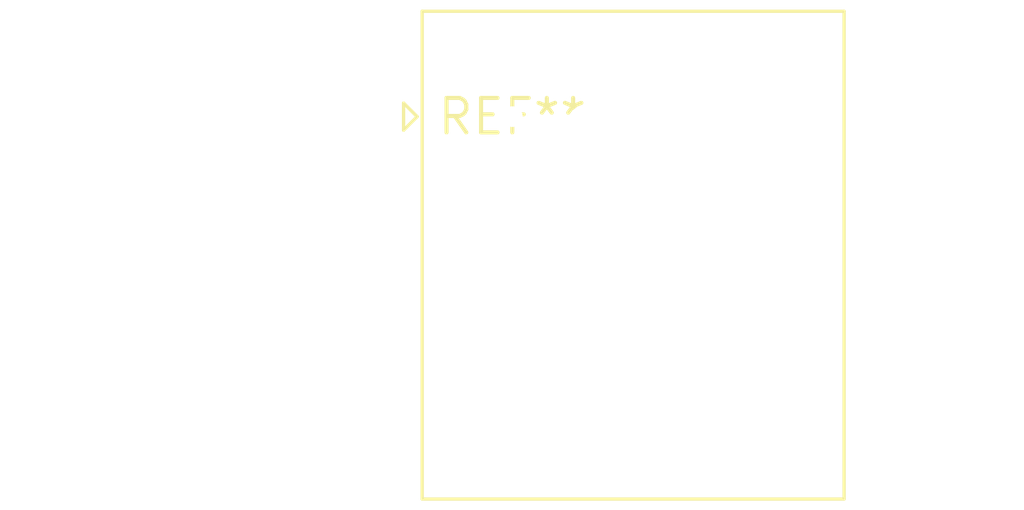
<source format=kicad_pcb>
(kicad_pcb (version 20240108) (generator pcbnew)
  (layers (0 "F.Cu" signal) (31 "B.Cu" signal) (34 "B.Paste" user) (35 "F.Paste" user) (36 "B.SilkS" user "B.Silkscreen") (37 "F.SilkS" user "F.Silkscreen") (38 "B.Mask" user) (39 "F.Mask" user) (44 "Edge.Cuts" user))
  (net 0 "")
  (footprint "RJ45_Amphenol_54602-x08_Horizontal" (layer "F.Cu") (at 0 0)
    (property "Reference" "REF**")
    (property "Value" "RJ45_Amphenol_54602-x08_Horizontal")
    (fp_line (start -4 -0.5) (end -4 0.5) (layer "F.SilkS") (stroke (width 0.12)))
    (fp_line (start -4 0.5) (end -3.5 0) (layer "F.SilkS") (stroke (width 0.12)))
    (fp_line (start -3.5 0) (end -4 -0.5) (layer "F.SilkS") (stroke (width 0.12)))
    (fp_line (start -3.315 -3.88) (end -3.315 14.08) (layer "F.SilkS") (stroke (width 0.12)))
    (fp_line (start -3.315 14.08) (end 12.205 14.08) (layer "F.SilkS") (stroke (width 0.12)))
    (fp_line (start 12.205 -3.88) (end -3.315 -3.88) (layer "F.SilkS") (stroke (width 0.12)))
    (fp_line (start 12.205 -3.88) (end 12.205 14.08) (layer "F.SilkS") (stroke (width 0.12)))
    (pad "" np_thru_hole circle (at -1.27 6.35) (size 3.2 3.2) (drill 3.2) (layers *.Cu *.Mask))
    (pad "" np_thru_hole circle (at 10.16 6.35) (size 3.2 3.2) (drill 3.2) (layers *.Cu *.Mask))
    (pad "1" thru_hole rect (at 0 0) (size 1.5 1.5) (drill 0.76) (layers *.Cu *.Mask) (remove_unused_layers))
    (pad "2" thru_hole circle (at 1.27 -2.54) (size 1.5 1.5) (drill 0.76) (layers *.Cu *.Mask) (remove_unused_layers))
    (pad "3" thru_hole circle (at 2.54 0) (size 1.5 1.5) (drill 0.76) (layers *.Cu *.Mask) (remove_unused_layers))
    (pad "4" thru_hole circle (at 3.81 -2.54) (size 1.5 1.5) (drill 0.76) (layers *.Cu *.Mask) (remove_unused_layers))
    (pad "5" thru_hole circle (at 5.08 0) (size 1.5 1.5) (drill 0.76) (layers *.Cu *.Mask) (remove_unused_layers))
    (pad "6" thru_hole circle (at 6.35 -2.54) (size 1.5 1.5) (drill 0.76) (layers *.Cu *.Mask) (remove_unused_layers))
    (pad "7" thru_hole circle (at 7.62 0) (size 1.5 1.5) (drill 0.76) (layers *.Cu *.Mask) (remove_unused_layers))
    (pad "8" thru_hole circle (at 8.89 -2.54) (size 1.5 1.5) (drill 0.76) (layers *.Cu *.Mask) (remove_unused_layers))
  )
)
</source>
